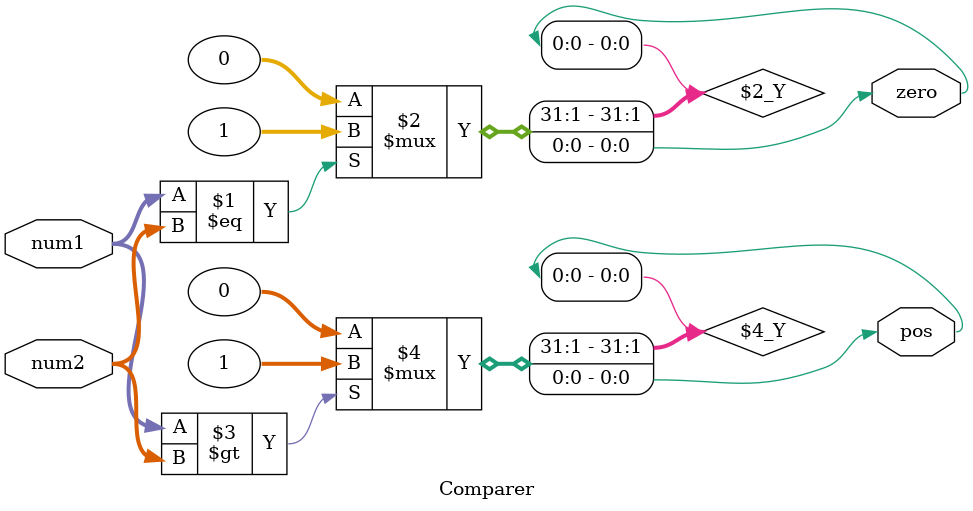
<source format=v>

module Comparer(num1, num2, zero, pos);
    input signed [31:0] num1;
	input signed [31:0] num2;
	output zero;
	output pos;
	
	assign zero = (num1 == num2) ? 1:0;
	assign pos = (num1 > num2 ) ? 1:0;

endmodule
</source>
